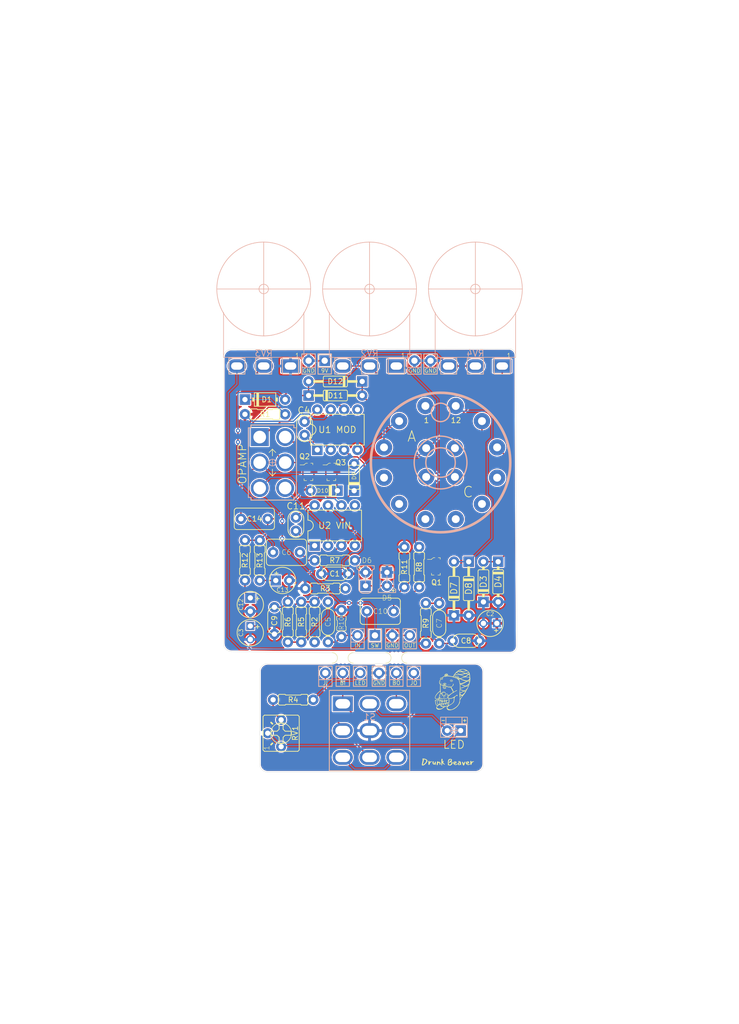
<source format=kicad_pcb>
(kicad_pcb (version 20171130) (host pcbnew "(5.1.8-0-10_14)")
  (title_block (title BAT) (date 2021-02-11) (rev 1.0) (company "Vitalii Bobrov"))
  (layers (0 F.Cu signal) (31 B.Cu signal) (34 B.Paste user) (35 F.Paste user) (36 B.SilkS user) (37 F.SilkS user) (38 B.Mask user) (39 F.Mask user) (44 Edge.Cuts user))
  (net 0 "")
  (net 1 GND)
  (net 2 VA)
  (net 3 VB)
  (net 4 "Net-(C4-Pad2)")
  (net 5 "Net-(C4-Pad1)")
  (net 6 "Net-(C5-Pad2)")
  (net 7 "Net-(C5-Pad1)")
  (net 8 "Net-(C14-Pad1)")
  (net 9 "Net-(C6-Pad1)")
  (net 10 "Net-(C7-Pad2)")
  (net 11 "Net-(C7-Pad1)")
  (net 12 "Net-(C9-Pad1)")
  (net 13 "Net-(C10-Pad2)")
  (net 14 "Net-(C10-Pad1)")
  (net 15 "Net-(C11-Pad2)")
  (net 16 "Net-(C11-Pad1)")
  (net 17 "Net-(C12-Pad1)")
  (net 18 "Net-(C13-Pad1)")
  (net 19 "Net-(C14-Pad2)")
  (net 20 "Net-(D1-Pad1)")
  (net 21 "Net-(D1-Pad2)")
  (net 22 "Net-(D2-Pad2)")
  (net 23 "Net-(D2-Pad1)")
  (net 24 "Net-(D3-Pad2)")
  (net 25 "Net-(D5-Pad2)")
  (net 26 "Net-(D7-Pad2)")
  (net 27 "Net-(D9-Pad1)")
  (net 28 "Net-(D9-Pad2)")
  (net 29 "Net-(D10-Pad1)")
  (net 30 "Net-(D11-Pad2)")
  (net 31 "Net-(H2-Pad1)")
  (net 32 "Net-(H3-Pad1)")
  (net 33 "Net-(H5-Pad1)")
  (net 34 "Net-(H8-Pad1)")
  (net 35 "Net-(H9-Pad1)")
  (net 36 "Net-(H15-Pad1)")
  (net 37 "Net-(R4-Pad2)")
  (net 38 "Net-(R8-Pad2)")
  (net 39 "Net-(S1-PadP$3)")
  (net 40 "Net-(SW1-Pad6)")
  (net 41 "Net-(SW1-Pad4)")
  (net 42 "Net-(SW1-Pad3)")
  (net 43 "Net-(SW1-Pad1)")
  (net 44 "Net-(U1-Pad5)")
  (net 45 "Net-(U2-Pad5)")
  (net 46 GND2)
  (net 47 "Net-(R7-Pad1)")
  (net 48 "Net-(SW2-Pad9)")
  (net 49 "Net-(SW2-Pad8)")
  (net 50 "Net-(SW2-Pad7)")
  (net 51 "Net-(SW2-Pad6)")
  (net 52 "Net-(SW2-Pad5)")
  (net 53 "Net-(SW2-Pad4)")
  (net 54 "Net-(SW2-Pad1)")
  (module diodes:3MM_1 (layer F.Cu) (at 86.614 120.396 90)
    (fp_text reference D6 (at 3.556 0.254 180) (layer F.SilkS) (effects (font (size 0.9652 0.9652) (thickness 0.08128))))
    (fp_text value LED hide)
    (fp_text user + (at 2.159 -1.143 90) (layer F.SilkS) (effects (font (size 0.6 0.6))))
    (pad 2 thru_hole oval (at 1.27 0 90) (size 2 2) (drill 1) (layers *.Cu *.Mask) (net 1 GND))
    (pad 1 thru_hole rect (at -1.27 0 90) (size 2 2) (drill 1) (layers *.Cu *.Mask) (net 25 "Net-(D5-Pad2)"))
  )
  (module diodes:3MM_1 (layer F.Cu) (at 90.678 120.396 270)
    (fp_text reference D5 (at 3.556 0 180) (layer F.SilkS) (effects (font (size 0.9652 0.9652) (thickness 0.08128))))
    (fp_text value LED hide)
    (fp_text user + (at 2.159 -1.143 90) (layer F.SilkS) (effects (font (size 0.6 0.6))))
    (pad 2 thru_hole oval (at 1.27 0 270) (size 2 2) (drill 1) (layers *.Cu *.Mask) (net 25 "Net-(D5-Pad2)"))
    (pad 1 thru_hole rect (at -1.27 0 270) (size 2 2) (drill 1) (layers *.Cu *.Mask) (net 1 GND))
  )
  (module SparkFun-Electromechanical:3PDT.LUGS.SPF_WIDE (layer F.Cu) (at 87.376 149.098)
    (fp_text reference S1 (at 0 -2.54) (layer B.SilkS) (effects (font (size 1.2065 1.2065) (thickness 0.1524)) (justify mirror)))
    (fp_text value SWITCH-3PDT hide)
    (pad P$1 thru_hole rect (at -5.08 -5.08 180) (size 3.816 2.816) (drill oval 2.8 1.8) (layers *.Cu *.Mask) (net 31 "Net-(H2-Pad1)"))
    (pad P$2 thru_hole oval (at -5.08 0 180) (size 3.816 2.816) (drill oval 2.8 1.8) (layers *.Cu *.Mask) (net 32 "Net-(H3-Pad1)"))
    (pad P$3 thru_hole oval (at -5.08 5.08 180) (size 3.816 2.816) (drill oval 2.8 1.8) (layers *.Cu *.Mask) (net 39 "Net-(S1-PadP$3)"))
    (pad P$4 thru_hole oval (at 0 -5.08 180) (size 3.816 2.816) (drill oval 2.8 1.8) (layers *.Cu *.Mask) (net 23 "Net-(D2-Pad1)"))
    (pad P$5 thru_hole oval (at 0 0 180) (size 3.816 2.816) (drill oval 2.8 1.8) (layers *.Cu *.Mask) (net 46 GND2))
    (pad P$6 thru_hole oval (at 0 5.08 180) (size 3.816 2.816) (drill oval 2.8 1.8) (layers *.Cu *.Mask) (net 31 "Net-(H2-Pad1)"))
    (pad P$7 thru_hole oval (at 5.08 -5.08 180) (size 3.816 2.816) (drill oval 2.8 1.8) (layers *.Cu *.Mask) (net 34 "Net-(H8-Pad1)"))
    (pad P$8 thru_hole oval (at 5.08 0 180) (size 3.816 2.816) (drill oval 2.8 1.8) (layers *.Cu *.Mask) (net 35 "Net-(H9-Pad1)"))
    (pad P$9 thru_hole oval (at 5.08 5.08 180) (size 3.816 2.816) (drill oval 2.8 1.8) (layers *.Cu *.Mask) (net 39 "Net-(S1-PadP$3)"))
  )
  (module Potentiometer_THT:16MM_B.MOUNT_LONG (layer F.Cu) (at 107.442 80.01)
    (fp_text reference RV4 (at 0 -2.413) (layer B.SilkS) (effects (font (size 1.2065 1.2065) (thickness 0.1524)) (justify mirror)))
    (fp_text value A100K hide)
    (fp_text user 1 (at 6.35 -2.032) (layer F.SilkS) (effects (font (size 0.77216 0.77216) (thickness 0.097536))))
    (pad 3 thru_hole oval (at -5.08 0 180) (size 3.54 2.54) (drill oval 2.2 1.4) (layers *.Cu *.Mask) (net 19 "Net-(C14-Pad2)"))
    (pad 2 thru_hole oval (at 0 0 180) (size 3.54 2.54) (drill oval 2.2 1.4) (layers *.Cu *.Mask) (net 19 "Net-(C14-Pad2)"))
    (pad 1 thru_hole rect (at 5.08 0 180) (size 3.54 2.54) (drill oval 2.2 1.4) (layers *.Cu *.Mask) (net 8 "Net-(C14-Pad1)"))
  )
  (module Potentiometer_THT:16MM_B.MOUNT_LONG (layer F.Cu) (at 67.31 80.01)
    (fp_text reference RV3 (at 0 -2.413) (layer B.SilkS) (effects (font (size 1.2065 1.2065) (thickness 0.1524)) (justify mirror)))
    (fp_text value A100K hide)
    (fp_text user 1 (at 6.35 -2.032) (layer F.SilkS) (effects (font (size 0.77216 0.77216) (thickness 0.097536))))
    (pad 3 thru_hole oval (at -5.08 0 180) (size 3.54 2.54) (drill oval 2.2 1.4) (layers *.Cu *.Mask) (net 14 "Net-(C10-Pad1)"))
    (pad 2 thru_hole oval (at 0 0 180) (size 3.54 2.54) (drill oval 2.2 1.4) (layers *.Cu *.Mask) (net 36 "Net-(H15-Pad1)"))
    (pad 1 thru_hole rect (at 5.08 0 180) (size 3.54 2.54) (drill oval 2.2 1.4) (layers *.Cu *.Mask) (net 1 GND))
  )
  (module Potentiometer_THT:16MM_B.MOUNT_LONG (layer F.Cu) (at 87.376 80.01)
    (fp_text reference RV2 (at 0 -2.413) (layer B.SilkS) (effects (font (size 1.2065 1.2065) (thickness 0.1524)) (justify mirror)))
    (fp_text value A100K hide)
    (fp_text user 1 (at 6.35 -2.032) (layer F.SilkS) (effects (font (size 0.77216 0.77216) (thickness 0.097536))))
    (pad 3 thru_hole oval (at -5.08 0 180) (size 3.54 2.54) (drill oval 2.2 1.4) (layers *.Cu *.Mask) (net 47 "Net-(R7-Pad1)"))
    (pad 2 thru_hole oval (at 0 0 180) (size 3.54 2.54) (drill oval 2.2 1.4) (layers *.Cu *.Mask) (net 47 "Net-(R7-Pad1)"))
    (pad 1 thru_hole rect (at 5.08 0 180) (size 3.54 2.54) (drill oval 2.2 1.4) (layers *.Cu *.Mask) (net 38 "Net-(R8-Pad2)"))
  )
  (module logo:drunk_beaver_logo (layer F.Cu) (at 103.124 141.351)
    (fp_text reference G*** hide)
    (fp_text value LOGO hide)
  )
  (module diodes:3MM_IO (layer F.Cu) (at 103.378 149.098 180)
    (fp_text reference D2 hide)
    (fp_text value LED (at 0 -2.667) (layer F.SilkS) (effects (font (size 1.524 1.524))))
    (pad 1 thru_hole oval (at 1.27 0 180) (size 2 2) (drill 1) (layers *.Cu *.Mask) (net 23 "Net-(D2-Pad1)"))
    (pad 2 thru_hole rect (at -1.27 0 180) (size 2 2) (drill 1) (layers *.Cu *.Mask) (net 22 "Net-(D2-Pad2)"))
  )
  (module logo:drunk_beaver_text (layer F.Cu) (at 102.235 155.067)
    (fp_text reference G*** hide)
    (fp_text value LOGO hide)
  )
  (module lorin:LORINCK1049 (layer B.Cu) (at 100.838 98.298)
    (fp_text reference SW2 hide)
    (fp_text value SW_Rotary2x6 hide)
    (pad D thru_hole circle (at 2.72542 -2.72542) (size 3.0988 3.0988) (drill 1.50114) (layers *.Cu *.Mask))
    (pad 14 thru_hole circle (at 2.72542 2.72542) (size 3.0988 3.0988) (drill 1.50114) (layers *.Cu *.Mask) (net 47 "Net-(R7-Pad1)"))
    (pad B thru_hole circle (at -2.72542 2.72542) (size 3.0988 3.0988) (drill 1.50114) (layers *.Cu *.Mask))
    (pad 13 thru_hole circle (at -2.72542 -2.72542) (size 3.0988 3.0988) (drill 1.50114) (layers *.Cu *.Mask) (net 8 "Net-(C14-Pad1)"))
    (pad 12 thru_hole circle (at 2.87528 -10.72388) (size 3.0988 3.0988) (drill 1.50114) (layers *.Cu *.Mask) (net 26 "Net-(D7-Pad2)"))
    (pad 11 thru_hole circle (at 7.85114 -7.85114) (size 3.0988 3.0988) (drill 1.50114) (layers *.Cu *.Mask) (net 25 "Net-(D5-Pad2)"))
    (pad 10 thru_hole circle (at 10.72388 -2.87528) (size 3.0988 3.0988) (drill 1.50114) (layers *.Cu *.Mask) (net 24 "Net-(D3-Pad2)"))
    (pad 9 thru_hole circle (at 10.72388 2.87528) (size 3.0988 3.0988) (drill 1.50114) (layers *.Cu *.Mask) (net 48 "Net-(SW2-Pad9)"))
    (pad 8 thru_hole circle (at 7.85114 7.85114) (size 3.0988 3.0988) (drill 1.50114) (layers *.Cu *.Mask) (net 49 "Net-(SW2-Pad8)"))
    (pad 7 thru_hole circle (at 2.87528 10.72388) (size 3.0988 3.0988) (drill 1.50114) (layers *.Cu *.Mask) (net 50 "Net-(SW2-Pad7)"))
    (pad 6 thru_hole circle (at -2.87528 10.72388) (size 3.0988 3.0988) (drill 1.50114) (layers *.Cu *.Mask) (net 51 "Net-(SW2-Pad6)"))
    (pad 5 thru_hole circle (at -7.85114 7.85114) (size 3.0988 3.0988) (drill 1.50114) (layers *.Cu *.Mask) (net 52 "Net-(SW2-Pad5)"))
    (pad 4 thru_hole circle (at -10.72388 2.87528) (size 3.0988 3.0988) (drill 1.50114) (layers *.Cu *.Mask) (net 53 "Net-(SW2-Pad4)"))
    (pad 3 thru_hole circle (at -10.72388 -2.87528) (size 3.0988 3.0988) (drill 1.50114) (layers *.Cu *.Mask) (net 30 "Net-(D11-Pad2)"))
    (pad 2 thru_hole circle (at -7.85114 -7.85114) (size 3.0988 3.0988) (drill 1.50114) (layers *.Cu *.Mask) (net 28 "Net-(D9-Pad2)"))
    (pad 1 thru_hole circle (at -2.87528 -10.72388) (size 3.0988 3.0988) (drill 1.50114) (layers *.Cu *.Mask) (net 54 "Net-(SW2-Pad1)"))
  )
  (module diodes:DO35-2 (layer F.Cu) (at 78.74 103.632 180)
    (fp_text reference D10 (at 0.254 0) (layer F.SilkS) (effects (font (size 0.75 0.75) (thickness 0.1))))
    (fp_text value BAT41 hide)
    (pad 1 thru_hole rect (at -2.54 0 180) (size 2 2) (drill 1) (layers *.Cu *.Mask) (net 29 "Net-(D10-Pad1)"))
    (pad 2 thru_hole oval (at 2.54 0 180) (size 2 2) (drill 1) (layers *.Cu *.Mask) (net 19 "Net-(C14-Pad2)"))
  )
  (module diodes:DO35-2 (layer F.Cu) (at 84.455 101.092 90)
    (fp_text reference D9 (at 0.254 0 90) (layer F.SilkS) (effects (font (size 0.75 0.75) (thickness 0.1))))
    (fp_text value BAT41 hide)
    (pad 1 thru_hole rect (at -2.54 0 90) (size 2 2) (drill 1) (layers *.Cu *.Mask) (net 27 "Net-(D9-Pad1)"))
    (pad 2 thru_hole oval (at 2.54 0 90) (size 2 2) (drill 1) (layers *.Cu *.Mask) (net 28 "Net-(D9-Pad2)"))
  )
  (module digikey-footprints:SOT-23-3 (layer F.Cu) (at 80.137 100.076)
    (fp_text reference Q3 (at 1.778 -1.778) (layer F.SilkS))
    (fp_text value BS170 hide)
    (pad 1 smd rect (at -1.05 -0.95) (size 1.3 0.6) (layers F.Cu F.Paste F.Mask) (net 28 "Net-(D9-Pad2)"))
    (pad 2 smd rect (at -1.05 0.95) (size 1.3 0.6) (layers F.Cu F.Paste F.Mask) (net 28 "Net-(D9-Pad2)"))
    (pad 3 smd rect (at 1.05 0) (size 1.3 0.6) (layers F.Cu F.Paste F.Mask) (net 29 "Net-(D10-Pad1)"))
  )
  (module digikey-footprints:SOT-23-3 (layer F.Cu) (at 75.785 100.076)
    (fp_text reference Q2 (at -0.728 -2.921) (layer F.SilkS))
    (fp_text value BS170 hide)
    (pad 1 smd rect (at -1.05 -0.95) (size 1.3 0.6) (layers F.Cu F.Paste F.Mask) (net 19 "Net-(C14-Pad2)"))
    (pad 2 smd rect (at -1.05 0.95) (size 1.3 0.6) (layers F.Cu F.Paste F.Mask) (net 19 "Net-(C14-Pad2)"))
    (pad 3 smd rect (at 1.05 0) (size 1.3 0.6) (layers F.Cu F.Paste F.Mask) (net 27 "Net-(D9-Pad1)"))
  )
  (module digikey-footprints:SOT-23-3 (layer F.Cu) (at 99.949 117.983)
    (fp_text reference Q1 (at 0.127 3.048) (layer F.SilkS))
    (fp_text value 2N5457 hide)
    (pad 1 smd rect (at -1.05 -0.95) (size 1.3 0.6) (layers F.Cu F.Paste F.Mask) (net 13 "Net-(C10-Pad2)"))
    (pad 2 smd rect (at -1.05 0.95) (size 1.3 0.6) (layers F.Cu F.Paste F.Mask) (net 2 VA))
    (pad 3 smd rect (at 1.05 0) (size 1.3 0.6) (layers F.Cu F.Paste F.Mask) (net 11 "Net-(C7-Pad1)"))
  )
  (module diodes:DO35-4 (layer F.Cu) (at 80.899 82.931 180)
    (fp_text reference D12 (at 0.0254 0) (layer F.SilkS))
    (fp_text value "OA1172 900mV" hide)
    (pad 1 thru_hole rect (at -5.08 0 180) (size 2 2) (drill 1) (layers *.Cu *.Mask) (net 30 "Net-(D11-Pad2)"))
    (pad 2 thru_hole oval (at 5.08 0 180) (size 2 2) (drill 1) (layers *.Cu *.Mask) (net 19 "Net-(C14-Pad2)"))
  )
  (module diodes:DO35-4 (layer F.Cu) (at 80.899 85.598)
    (fp_text reference D11 (at 0.0254 0) (layer F.SilkS))
    (fp_text value "OA1172 900mV" hide)
    (pad 1 thru_hole rect (at -5.08 0) (size 2 2) (drill 1) (layers *.Cu *.Mask) (net 19 "Net-(C14-Pad2)"))
    (pad 2 thru_hole oval (at 5.08 0) (size 2 2) (drill 1) (layers *.Cu *.Mask) (net 30 "Net-(D11-Pad2)"))
  )
  (module diodes:DO41-3 (layer F.Cu) (at 67.564 86.36)
    (fp_text reference D1 (at 0.3175 0) (layer F.SilkS))
    (fp_text value 1N5817 hide)
    (pad 1 thru_hole rect (at -3.81 0) (size 2 2) (drill 1) (layers *.Cu *.Mask) (net 20 "Net-(D1-Pad1)"))
    (pad 2 thru_hole oval (at 3.81 0) (size 2 2) (drill 1) (layers *.Cu *.Mask) (net 21 "Net-(D1-Pad2)"))
  )
  (module caps-film:0.1%22 (layer F.Cu) (at 75.057 91.821 270)
    (fp_text reference C4 (at -3.429 0.127 180) (layer F.SilkS) (effects (font (size 1.2065 1.2065) (thickness 0.1524))))
    (fp_text value 30pF hide)
    (pad 2 thru_hole oval (at 1.27 0 270) (size 2 2) (drill 1) (layers *.Cu *.Mask) (net 4 "Net-(C4-Pad2)"))
    (pad 1 thru_hole oval (at -1.27 0 270) (size 2 2) (drill 1) (layers *.Cu *.Mask) (net 5 "Net-(C4-Pad1)"))
  )
  (module switches:125B (layer F.Cu) (at 87.376 107.696)
    (fp_text reference "" (at 0 0) (layer F.SilkS) (effects (font (size 1.524 1.524))))
    (fp_text value "" (at 0 0) (layer F.SilkS) (effects (font (size 1.524 1.524))))
  )
  (module Panelization:mouse-bite-2mm-slot (layer F.Cu) (at 82.296 135.3185)
    (fp_text reference mouse-bite-2mm-slot hide)
    (fp_text value VAL** hide)
    (pad "" np_thru_hole circle (at 0.75 0.75) (size 0.5 0.5) (drill 0.5) (layers *.Cu *.Mask))
    (pad "" np_thru_hole circle (at -0.75 0.75) (size 0.5 0.5) (drill 0.5) (layers *.Cu *.Mask))
    (pad "" np_thru_hole circle (at -0.75 -0.75) (size 0.5 0.5) (drill 0.5) (layers *.Cu *.Mask))
    (pad "" np_thru_hole circle (at 0.75 -0.75) (size 0.5 0.5) (drill 0.5) (layers *.Cu *.Mask))
    (pad "" np_thru_hole circle (at 0 0.75) (size 0.5 0.5) (drill 0.5) (layers *.Cu *.Mask))
    (pad "" np_thru_hole circle (at 0 -0.75) (size 0.5 0.5) (drill 0.5) (layers *.Cu *.Mask))
  )
  (module Panelization:mouse-bite-2mm-slot (layer F.Cu) (at 92.456 135.3185)
    (fp_text reference mouse-bite-2mm-slot hide)
    (fp_text value VAL** hide)
    (pad "" np_thru_hole circle (at 0.75 0.75) (size 0.5 0.5) (drill 0.5) (layers *.Cu *.Mask))
    (pad "" np_thru_hole circle (at -0.75 0.75) (size 0.5 0.5) (drill 0.5) (layers *.Cu *.Mask))
    (pad "" np_thru_hole circle (at -0.75 -0.75) (size 0.5 0.5) (drill 0.5) (layers *.Cu *.Mask))
    (pad "" np_thru_hole circle (at 0.75 -0.75) (size 0.5 0.5) (drill 0.5) (layers *.Cu *.Mask))
    (pad "" np_thru_hole circle (at 0 0.75) (size 0.5 0.5) (drill 0.5) (layers *.Cu *.Mask))
    (pad "" np_thru_hole circle (at 0 -0.75) (size 0.5 0.5) (drill 0.5) (layers *.Cu *.Mask))
  )
  (module enclosures:LOPRO_TOP (layer F.Cu) (at 72.39 51.562)
    (fp_text reference "" (at 0 0) (layer F.SilkS) (effects (font (size 1.524 1.524))))
    (fp_text value "" (at 0 0) (layer F.SilkS) (effects (font (size 1.524 1.524))))
  )
  (module enclosures:LOPRO_TOP (layer F.Cu) (at 103.124 51.816)
    (fp_text reference "" (at 0 0) (layer F.SilkS) (effects (font (size 1.524 1.524))))
    (fp_text value "" (at 0 0) (layer F.SilkS) (effects (font (size 1.524 1.524))))
  )
  (module enclosures:DC_TOP (layer F.Cu) (at 87.376 47.498)
    (fp_text reference Ref** hide)
    (fp_text value Val** hide)
  )
  (module integrated_circuits:DIP08 (layer F.Cu) (at 80.772 110.236)
    (fp_text reference "U2 VIN" (at 0 0) (layer F.SilkS) (effects (font (size 1.2065 1.2065) (thickness 0.1524))))
    (fp_text value LM308N hide)
    (pad 8 thru_hole oval (at -3.81 -3.81 90) (size 2 2) (drill 1) (layers *.Cu *.Mask) (net 16 "Net-(C11-Pad1)"))
    (pad 7 thru_hole oval (at -1.27 -3.81 90) (size 2 2) (drill 1) (layers *.Cu *.Mask) (net 2 VA))
    (pad 6 thru_hole oval (at 1.27 -3.81 90) (size 2 2) (drill 1) (layers *.Cu *.Mask) (net 42 "Net-(SW1-Pad3)"))
    (pad 5 thru_hole oval (at 3.81 -3.81 90) (size 2 2) (drill 1) (layers *.Cu *.Mask) (net 45 "Net-(U2-Pad5)"))
    (pad 4 thru_hole oval (at 3.81 3.81 90) (size 2 2) (drill 1) (layers *.Cu *.Mask) (net 1 GND))
    (pad 3 thru_hole oval (at 1.27 3.81 90) (size 2 2) (drill 1) (layers *.Cu *.Mask) (net 12 "Net-(C9-Pad1)"))
    (pad 2 thru_hole oval (at -1.27 3.81 90) (size 2 2) (drill 1) (layers *.Cu *.Mask) (net 40 "Net-(SW1-Pad6)"))
    (pad 1 thru_hole rect (at -3.81 3.81 90) (size 2 2) (drill 1) (layers *.Cu *.Mask) (net 15 "Net-(C11-Pad2)"))
  )
  (module integrated_circuits:DIP08 (layer F.Cu) (at 81.28 92.075)
    (fp_text reference "U1 MOD" (at 0 0) (layer F.SilkS) (effects (font (size 1.2065 1.2065) (thickness 0.1524))))
    (fp_text value OP07 hide)
    (pad 8 thru_hole oval (at -3.81 -3.81 90) (size 2 2) (drill 1) (layers *.Cu *.Mask) (net 5 "Net-(C4-Pad1)"))
    (pad 7 thru_hole oval (at -1.27 -3.81 90) (size 2 2) (drill 1) (layers *.Cu *.Mask) (net 2 VA))
    (pad 6 thru_hole oval (at 1.27 -3.81 90) (size 2 2) (drill 1) (layers *.Cu *.Mask) (net 43 "Net-(SW1-Pad1)"))
    (pad 5 thru_hole oval (at 3.81 -3.81 90) (size 2 2) (drill 1) (layers *.Cu *.Mask) (net 44 "Net-(U1-Pad5)"))
    (pad 4 thru_hole oval (at 3.81 3.81 90) (size 2 2) (drill 1) (layers *.Cu *.Mask) (net 1 GND))
    (pad 3 thru_hole oval (at 1.27 3.81 90) (size 2 2) (drill 1) (layers *.Cu *.Mask) (net 12 "Net-(C9-Pad1)"))
    (pad 2 thru_hole oval (at -1.27 3.81 90) (size 2 2) (drill 1) (layers *.Cu *.Mask) (net 41 "Net-(SW1-Pad4)"))
    (pad 1 thru_hole rect (at -3.81 3.81 90) (size 2 2) (drill 1) (layers *.Cu *.Mask) (net 4 "Net-(C4-Pad2)"))
  )
  (module switches:DPDT.LUGS (layer F.Cu) (at 68.961 98.306)
    (fp_text reference SW1 hide)
    (fp_text value OPAMP (at -5.715 0.246 90) (layer F.SilkS) (effects (font (size 1.524 1.524))))
    (pad 6 thru_hole oval (at 2.417 4.826) (size 3.416 3.416) (drill 2.4) (layers *.Cu *.Mask) (net 40 "Net-(SW1-Pad6)"))
    (pad 5 thru_hole oval (at 2.417 -0.004) (size 3.416 3.416) (drill 2.4) (layers *.Cu *.Mask) (net 19 "Net-(C14-Pad2)"))
    (pad 4 thru_hole oval (at 2.417 -4.834) (size 3.416 3.416) (drill 2.4) (layers *.Cu *.Mask) (net 41 "Net-(SW1-Pad4)"))
    (pad 3 thru_hole oval (at -2.413 4.826) (size 3.416 3.416) (drill 2.4) (layers *.Cu *.Mask) (net 42 "Net-(SW1-Pad3)"))
    (pad 2 thru_hole oval (at -2.413 -0.004) (size 3.416 3.416) (drill 2.4) (layers *.Cu *.Mask) (net 8 "Net-(C14-Pad1)"))
    (pad 1 thru_hole rect (at -2.413 -4.834) (size 3.416 3.416) (drill 2.4) (layers *.Cu *.Mask) (net 43 "Net-(SW1-Pad1)"))
  )
  (module potentiometers:TRIM1 (layer F.Cu) (at 70.612 149.606 90)
    (fp_text reference RV1 (at 0 2.667 90) (layer F.SilkS))
    (fp_text value BRIGHTNESS)
    (fp_text user 1 (at -3.302 -2.159 90) (layer F.SilkS) (effects (font (size 0.9652 0.9652) (thickness 0.08128)) (justify left bottom)))
    (pad 3 thru_hole oval (at 2.54 0 90) (size 1.9304 1.9304) (drill 1) (layers *.Cu *.Mask) (net 37 "Net-(R4-Pad2)"))
    (pad 2 thru_hole oval (at 0 -2.54 90) (size 1.9304 1.9304) (drill 1) (layers *.Cu *.Mask) (net 22 "Net-(D2-Pad2)"))
    (pad 1 thru_hole oval (at -2.54 0 90) (size 1.9304 1.9304) (drill 1) (layers *.Cu *.Mask) (net 22 "Net-(D2-Pad2)"))
  )
  (module resistors:0.3_22.B (layer F.Cu) (at 66.548 116.84 270)
    (fp_text reference R13 (at 0 0 90) (layer F.SilkS))
    (fp_text value 560R hide)
    (pad 2 thru_hole oval (at 3.81 0 270) (size 2 2) (drill 1) (layers *.Cu *.Mask) (net 18 "Net-(C13-Pad1)"))
    (pad 1 thru_hole oval (at -3.81 0 270) (size 2 2) (drill 1) (layers *.Cu *.Mask) (net 19 "Net-(C14-Pad2)"))
  )
  (module resistors:0.3_22.B (layer F.Cu) (at 63.754 116.84 270)
    (fp_text reference R12 (at 0 0 90) (layer F.SilkS))
    (fp_text value 47R hide)
    (pad 2 thru_hole oval (at 3.81 0 270) (size 2 2) (drill 1) (layers *.Cu *.Mask) (net 17 "Net-(C12-Pad1)"))
    (pad 1 thru_hole oval (at -3.81 0 270) (size 2 2) (drill 1) (layers *.Cu *.Mask) (net 19 "Net-(C14-Pad2)"))
  )
  (module resistors:0.3_22.B (layer F.Cu) (at 93.98 118.11 90)
    (fp_text reference R11 (at 0 0 90) (layer F.SilkS))
    (fp_text value 10K hide)
    (pad 2 thru_hole oval (at 3.81 0 90) (size 2 2) (drill 1) (layers *.Cu *.Mask) (net 1 GND))
    (pad 1 thru_hole oval (at -3.81 0 90) (size 2 2) (drill 1) (layers *.Cu *.Mask) (net 13 "Net-(C10-Pad2)"))
  )
  (module resistors:0.2%22 (layer F.Cu) (at 82.042 128.778 90)
    (fp_text reference R10 (at 0 0 90) (layer F.SilkS) (effects (font (size 0.86868 0.86868) (thickness 0.073152))))
    (fp_text value 2M2 hide)
    (pad 2 thru_hole oval (at 2.54 0 90) (size 2 2) (drill 1) (layers *.Cu *.Mask) (net 1 GND))
    (pad 1 thru_hole oval (at -2.54 0 90) (size 2 2) (drill 1) (layers *.Cu *.Mask) (net 6 "Net-(C5-Pad2)"))
  )
  (module resistors:0.3_22.B (layer F.Cu) (at 98.044 128.778 270)
    (fp_text reference R9 (at 0 0 90) (layer F.SilkS))
    (fp_text value 1M hide)
    (pad 2 thru_hole oval (at 3.81 0 270) (size 2 2) (drill 1) (layers *.Cu *.Mask) (net 1 GND))
    (pad 1 thru_hole oval (at -3.81 0 270) (size 2 2) (drill 1) (layers *.Cu *.Mask) (net 11 "Net-(C7-Pad1)"))
  )
  (module resistors:0.3_22.B (layer F.Cu) (at 96.774 118.11 90)
    (fp_text reference R8 (at 0 0 90) (layer F.SilkS))
    (fp_text value 1K5 hide)
    (pad 2 thru_hole oval (at 3.81 0 90) (size 2 2) (drill 1) (layers *.Cu *.Mask) (net 38 "Net-(R8-Pad2)"))
    (pad 1 thru_hole oval (at -3.81 0 90) (size 2 2) (drill 1) (layers *.Cu *.Mask) (net 10 "Net-(C7-Pad2)"))
  )
  (module resistors:0.3_22.B (layer F.Cu) (at 80.772 116.84 180)
    (fp_text reference R7 (at 0 0) (layer F.SilkS))
    (fp_text value 1K hide)
    (pad 2 thru_hole oval (at 3.81 0 180) (size 2 2) (drill 1) (layers *.Cu *.Mask) (net 9 "Net-(C6-Pad1)"))
    (pad 1 thru_hole oval (at -3.81 0 180) (size 2 2) (drill 1) (layers *.Cu *.Mask) (net 47 "Net-(R7-Pad1)"))
  )
  (module resistors:0.3_22.B (layer F.Cu) (at 71.882 128.524 270)
    (fp_text reference R6 (at 0 0 90) (layer F.SilkS))
    (fp_text value 1K hide)
    (pad 2 thru_hole oval (at 3.81 0 270) (size 2 2) (drill 1) (layers *.Cu *.Mask) (net 7 "Net-(C5-Pad1)"))
    (pad 1 thru_hole oval (at -3.81 0 270) (size 2 2) (drill 1) (layers *.Cu *.Mask) (net 12 "Net-(C9-Pad1)"))
  )
  (module resistors:0.3_22.B (layer F.Cu) (at 74.422 128.524 270)
    (fp_text reference R5 (at 0 0 90) (layer F.SilkS))
    (fp_text value 1M hide)
    (pad 2 thru_hole oval (at 3.81 0 270) (size 2 2) (drill 1) (layers *.Cu *.Mask) (net 7 "Net-(C5-Pad1)"))
    (pad 1 thru_hole oval (at -3.81 0 270) (size 2 2) (drill 1) (layers *.Cu *.Mask) (net 3 VB))
  )
  (module resistors:0.3_22.B (layer F.Cu) (at 72.898 143.256 180)
    (fp_text reference R4 (at 0 0) (layer F.SilkS))
    (fp_text value 1K hide)
    (pad 2 thru_hole oval (at 3.81 0 180) (size 2 2) (drill 1) (layers *.Cu *.Mask) (net 37 "Net-(R4-Pad2)"))
    (pad 1 thru_hole oval (at -3.81 0 180) (size 2 2) (drill 1) (layers *.Cu *.Mask) (net 33 "Net-(H5-Pad1)"))
  )
  (module resistors:0.3_22.B (layer F.Cu) (at 78.994 122.174 180)
    (fp_text reference R3 (at 0 0) (layer F.SilkS))
    (fp_text value 100K hide)
    (pad 2 thru_hole oval (at 3.81 0 180) (size 2 2) (drill 1) (layers *.Cu *.Mask) (net 1 GND))
    (pad 1 thru_hole oval (at -3.81 0 180) (size 2 2) (drill 1) (layers *.Cu *.Mask) (net 3 VB))
  )
  (module resistors:0.3_22.B (layer F.Cu) (at 76.962 128.524 270)
    (fp_text reference R2 (at 0 0 90) (layer F.SilkS))
    (fp_text value 100K hide)
    (pad 2 thru_hole oval (at 3.81 0 270) (size 2 2) (drill 1) (layers *.Cu *.Mask) (net 2 VA))
    (pad 1 thru_hole oval (at -3.81 0 270) (size 2 2) (drill 1) (layers *.Cu *.Mask) (net 3 VB))
  )
  (module resistors:0.3_22.B (layer F.Cu) (at 67.564 89.154)
    (fp_text reference R1 (at 0 0) (layer F.SilkS))
    (fp_text value 47R hide)
    (pad 2 thru_hole oval (at 3.81 0) (size 2 2) (drill 1) (layers *.Cu *.Mask) (net 20 "Net-(D1-Pad1)"))
    (pad 1 thru_hole oval (at -3.81 0) (size 2 2) (drill 1) (layers *.Cu *.Mask) (net 2 VA))
  )
  (module supply_pins:PAD1 (layer F.Cu) (at 98.933 78.994)
    (fp_text reference H18 hide)
    (fp_text value GND (at 0 1.905) (layer F.SilkS) (effects (font (size 0.75 0.75) (thickness 0.1))))
    (pad 1 thru_hole oval (at 0 0) (size 2.032 2.032) (drill 1.2) (layers *.Cu *.Mask) (net 1 GND))
  )
  (module supply_pins:PAD1 (layer F.Cu) (at 91.694 131.064)
    (fp_text reference H17 hide)
    (fp_text value GND (at 0 1.905) (layer F.SilkS) (effects (font (size 0.75 0.75) (thickness 0.1))))
    (pad 1 thru_hole oval (at 0 0) (size 2.032 2.032) (drill 1.2) (layers *.Cu *.Mask) (net 1 GND))
  )
  (module supply_pins:PAD1 (layer F.Cu) (at 95.885 78.994)
    (fp_text reference H16 hide)
    (fp_text value GND (at 0 1.905) (layer F.SilkS) (effects (font (size 0.75 0.75) (thickness 0.1))))
    (pad 1 thru_hole oval (at 0 0) (size 2.032 2.032) (drill 1.2) (layers *.Cu *.Mask) (net 1 GND))
  )
  (module supply_pins:PAD1 (layer F.Cu) (at 94.996 131.064)
    (fp_text reference H15 hide)
    (fp_text value OUT (at 0 1.905) (layer F.SilkS) (effects (font (size 0.75 0.75) (thickness 0.1))))
    (pad 1 thru_hole oval (at 0 0) (size 2.032 2.032) (drill 1.2) (layers *.Cu *.Mask) (net 36 "Net-(H15-Pad1)"))
  )
  (module supply_pins:PAD1 (layer F.Cu) (at 85.09 131.064)
    (fp_text reference H10 hide)
    (fp_text value IN (at 0 1.905) (layer F.SilkS) (effects (font (size 0.75 0.75) (thickness 0.1))))
    (pad 1 thru_hole oval (at 0 0) (size 2.032 2.032) (drill 1.2) (layers *.Cu *.Mask) (net 6 "Net-(C5-Pad2)"))
  )
  (module supply_pins:PAD1 (layer F.Cu) (at 95.758 138.176)
    (fp_text reference H9 hide)
    (fp_text value JO (at 0 1.905) (layer F.SilkS) (effects (font (size 0.75 0.75) (thickness 0.1))))
    (pad 1 thru_hole oval (at 0 0) (size 2.032 2.032) (drill 1.2) (layers *.Cu *.Mask) (net 35 "Net-(H9-Pad1)"))
  )
  (module supply_pins:PAD1 (layer F.Cu) (at 92.456 138.176)
    (fp_text reference H8 hide)
    (fp_text value BO (at 0 1.905) (layer F.SilkS) (effects (font (size 0.75 0.75) (thickness 0.1))))
    (pad 1 thru_hole oval (at 0 0) (size 2.032 2.032) (drill 1.2) (layers *.Cu *.Mask) (net 34 "Net-(H8-Pad1)"))
  )
  (module supply_pins:PAD1 (layer F.Cu) (at 89.154 138.176)
    (fp_text reference H7 hide)
    (fp_text value GND (at 0 1.905) (layer F.SilkS) (effects (font (size 0.75 0.75) (thickness 0.1))))
    (pad 1 thru_hole oval (at 0 0) (size 2.032 2.032) (drill 1.2) (layers *.Cu *.Mask) (net 46 GND2))
  )
  (module supply_pins:PAD1 (layer F.Cu) (at 75.819 78.994)
    (fp_text reference H6 hide)
    (fp_text value GND (at 0 1.905) (layer F.SilkS) (effects (font (size 0.75 0.75) (thickness 0.1))))
    (pad 1 thru_hole oval (at 0 0) (size 2.032 2.032) (drill 1.2) (layers *.Cu *.Mask) (net 1 GND))
  )
  (module supply_pins:PAD1 (layer F.Cu) (at 85.598 138.176)
    (fp_text reference H5 hide)
    (fp_text value LED (at 0 1.905) (layer F.SilkS) (effects (font (size 0.75 0.75) (thickness 0.1))))
    (pad 1 thru_hole oval (at 0 0) (size 2.032 2.032) (drill 1.2) (layers *.Cu *.Mask) (net 33 "Net-(H5-Pad1)"))
  )
  (module supply_pins:PAD3 (layer F.Cu) (at 78.867 78.994)
    (fp_text reference H4 hide)
    (fp_text value 9V (at 0 1.905) (layer F.SilkS) (effects (font (size 0.75 0.75) (thickness 0.1))))
    (pad 1 thru_hole rect (at 0 0) (size 2.032 2.032) (drill 1.2) (layers *.Cu *.Mask) (net 21 "Net-(D1-Pad2)"))
  )
  (module supply_pins:PAD1 (layer F.Cu) (at 78.994 138.176)
    (fp_text reference H3 hide)
    (fp_text value JI (at 0 1.905) (layer F.SilkS) (effects (font (size 0.75 0.75) (thickness 0.1))))
    (pad 1 thru_hole oval (at 0 0) (size 2.032 2.032) (drill 1.2) (layers *.Cu *.Mask) (net 32 "Net-(H3-Pad1)"))
  )
  (module supply_pins:PAD1 (layer F.Cu) (at 82.296 138.176)
    (fp_text reference H2 hide)
    (fp_text value BI (at 0 1.905) (layer F.SilkS) (effects (font (size 0.75 0.75) (thickness 0.1))))
    (pad 1 thru_hole oval (at 0 0) (size 2.032 2.032) (drill 1.2) (layers *.Cu *.Mask) (net 31 "Net-(H2-Pad1)"))
  )
  (module supply_pins:PAD3 (layer F.Cu) (at 88.392 131.064)
    (fp_text reference H1 hide)
    (fp_text value SW (at 0 1.905) (layer F.SilkS) (effects (font (size 0.75 0.75) (thickness 0.1))))
    (pad 1 thru_hole rect (at 0 0) (size 2.032 2.032) (drill 1.2) (layers *.Cu *.Mask) (net 21 "Net-(D1-Pad2)"))
  )
  (module diodes:DO35-4 (layer F.Cu) (at 106.172 122.174 270)
    (fp_text reference D8 (at 0.0254 0 90) (layer F.SilkS) (effects (font (size 1.2065 1.2065) (thickness 0.1524))))
    (fp_text value "D9 700mV" hide)
    (pad 1 thru_hole rect (at -5.08 0 270) (size 2 2) (drill 1) (layers *.Cu *.Mask) (net 26 "Net-(D7-Pad2)"))
    (pad 2 thru_hole oval (at 5.08 0 270) (size 2 2) (drill 1) (layers *.Cu *.Mask) (net 1 GND))
  )
  (module diodes:DO35-4 (layer F.Cu) (at 103.378 122.174 90)
    (fp_text reference D7 (at 0.0254 0 90) (layer F.SilkS) (effects (font (size 1.2065 1.2065) (thickness 0.1524))))
    (fp_text value "D9 700mV" hide)
    (pad 1 thru_hole rect (at -5.08 0 90) (size 2 2) (drill 1) (layers *.Cu *.Mask) (net 1 GND))
    (pad 2 thru_hole oval (at 5.08 0 90) (size 2 2) (drill 1) (layers *.Cu *.Mask) (net 26 "Net-(D7-Pad2)"))
  )
  (module diodes:DO35-3 (layer F.Cu) (at 111.76 120.904 270)
    (fp_text reference D4 (at 0 0 90) (layer F.SilkS) (effects (font (size 1.2065 1.2065) (thickness 0.1524))))
    (fp_text value 1N914 hide)
    (pad 1 thru_hole rect (at -3.81 0 270) (size 2 2) (drill 1) (layers *.Cu *.Mask) (net 24 "Net-(D3-Pad2)"))
    (pad 2 thru_hole oval (at 3.81 0 270) (size 2 2) (drill 1) (layers *.Cu *.Mask) (net 1 GND))
  )
  (module diodes:DO35-3 (layer F.Cu) (at 108.966 120.904 90)
    (fp_text reference D3 (at 0 0 90) (layer F.SilkS) (effects (font (size 1.2065 1.2065) (thickness 0.1524))))
    (fp_text value 1N914 hide)
    (pad 1 thru_hole rect (at -3.81 0 90) (size 2 2) (drill 1) (layers *.Cu *.Mask) (net 1 GND))
    (pad 2 thru_hole oval (at 3.81 0 90) (size 2 2) (drill 1) (layers *.Cu *.Mask) (net 24 "Net-(D3-Pad2)"))
  )
  (module caps-film:0.2_22.MED (layer F.Cu) (at 65.532 108.966)
    (fp_text reference C14 (at 0 0) (layer F.SilkS))
    (fp_text value 100pF hide)
    (pad 2 thru_hole oval (at 2.54 0) (size 2 2) (drill 1) (layers *.Cu *.Mask) (net 19 "Net-(C14-Pad2)"))
    (pad 1 thru_hole oval (at -2.54 0) (size 2 2) (drill 1) (layers *.Cu *.Mask) (net 8 "Net-(C14-Pad1)"))
  )
  (module caps-elec:0502 (layer F.Cu) (at 70.866 120.65)
    (fp_text reference C13 (at 0 1.778) (layer F.SilkS) (effects (font (size 0.77216 0.77216) (thickness 0.097536))))
    (fp_text value 4.7uF hide)
    (pad 2 thru_hole oval (at 1.27 0) (size 1.9304 1.9304) (drill 1) (layers *.Cu *.Mask) (net 1 GND))
    (pad 1 thru_hole rect (at -1.27 0) (size 1.9304 1.9304) (drill 1) (layers *.Cu *.Mask) (net 18 "Net-(C13-Pad1)"))
  )
  (module caps-elec:0502 (layer F.Cu) (at 64.77 125.222 270)
    (fp_text reference C12 (at 0 1.778 90) (layer F.SilkS) (effects (font (size 0.77216 0.77216) (thickness 0.097536))))
    (fp_text value 2.2uF hide)
    (pad 2 thru_hole oval (at 1.27 0 270) (size 1.9304 1.9304) (drill 1) (layers *.Cu *.Mask) (net 1 GND))
    (pad 1 thru_hole rect (at -1.27 0 270) (size 1.9304 1.9304) (drill 1) (layers *.Cu *.Mask) (net 17 "Net-(C12-Pad1)"))
  )
  (module caps-film:0.1%22 (layer F.Cu) (at 73.406 109.982 270)
    (fp_text reference C11 (at -3.429 0 180) (layer F.SilkS) (effects (font (size 1.2065 1.2065) (thickness 0.1524))))
    (fp_text value 30pF hide)
    (pad 2 thru_hole oval (at 1.27 0 270) (size 2 2) (drill 1) (layers *.Cu *.Mask) (net 15 "Net-(C11-Pad2)"))
    (pad 1 thru_hole oval (at -1.27 0 270) (size 2 2) (drill 1) (layers *.Cu *.Mask) (net 16 "Net-(C11-Pad1)"))
  )
  (module caps-film:0.2_22.LRG (layer F.Cu) (at 89.408 126.492)
    (fp_text reference C10 (at 0 0) (layer F.SilkS) (effects (font (size 0.9652 0.9652) (thickness 0.08128))))
    (fp_text value 1uF hide)
    (pad 2 thru_hole oval (at 2.54 0) (size 2 2) (drill 1) (layers *.Cu *.Mask) (net 13 "Net-(C10-Pad2)"))
    (pad 1 thru_hole oval (at -2.54 0) (size 2 2) (drill 1) (layers *.Cu *.Mask) (net 14 "Net-(C10-Pad1)"))
  )
  (module caps-film:0.2_22.SML (layer F.Cu) (at 69.342 128.27 270)
    (fp_text reference C9 (at 0 0 90) (layer F.SilkS))
    (fp_text value 1nF hide)
    (pad 2 thru_hole oval (at 2.54 0 270) (size 2 2) (drill 1) (layers *.Cu *.Mask) (net 1 GND))
    (pad 1 thru_hole oval (at -2.54 0 270) (size 2 2) (drill 1) (layers *.Cu *.Mask) (net 12 "Net-(C9-Pad1)"))
  )
  (module caps-film:0.2_22.SML (layer F.Cu) (at 105.664 132.08)
    (fp_text reference C8 (at 0 0) (layer F.SilkS))
    (fp_text value 3.3nF hide)
    (pad 2 thru_hole oval (at 2.54 0) (size 2 2) (drill 1) (layers *.Cu *.Mask) (net 1 GND))
    (pad 1 thru_hole oval (at -2.54 0) (size 2 2) (drill 1) (layers *.Cu *.Mask) (net 10 "Net-(C7-Pad2)"))
  )
  (module caps-film:0.3%22 (layer F.Cu) (at 100.584 128.778 270)
    (fp_text reference C7 (at 0 0 90) (layer F.SilkS) (effects (font (size 0.9652 0.9652) (thickness 0.08128))))
    (fp_text value 22nF hide)
    (pad 2 thru_hole oval (at 3.81 0 270) (size 2 2) (drill 1) (layers *.Cu *.Mask) (net 10 "Net-(C7-Pad2)"))
    (pad 1 thru_hole oval (at -3.81 0 270) (size 2 2) (drill 1) (layers *.Cu *.Mask) (net 11 "Net-(C7-Pad1)"))
  )
  (module caps-film:0.2_22.LRG (layer F.Cu) (at 71.628 115.316 180)
    (fp_text reference C6 (at 0 0) (layer F.SilkS) (effects (font (size 0.9652 0.9652) (thickness 0.08128))))
    (fp_text value 1uF hide)
    (pad 2 thru_hole oval (at 2.54 0 180) (size 2 2) (drill 1) (layers *.Cu *.Mask) (net 8 "Net-(C14-Pad1)"))
    (pad 1 thru_hole oval (at -2.54 0 180) (size 2 2) (drill 1) (layers *.Cu *.Mask) (net 9 "Net-(C6-Pad1)"))
  )
  (module caps-film:0.3%22 (layer F.Cu) (at 79.502 128.524 270)
    (fp_text reference C5 (at 0 0 90) (layer F.SilkS) (effects (font (size 0.9652 0.9652) (thickness 0.08128))))
    (fp_text value 22nF hide)
    (pad 2 thru_hole oval (at 3.81 0 270) (size 2 2) (drill 1) (layers *.Cu *.Mask) (net 6 "Net-(C5-Pad2)"))
    (pad 1 thru_hole oval (at -3.81 0 270) (size 2 2) (drill 1) (layers *.Cu *.Mask) (net 7 "Net-(C5-Pad1)"))
  )
  (module caps-elec:0503 (layer F.Cu) (at 64.77 130.556 270)
    (fp_text reference C3 (at 0 1.778 90) (layer F.SilkS) (effects (font (size 0.77216 0.77216) (thickness 0.097536))))
    (fp_text value 47uF hide)
    (pad 2 thru_hole oval (at 1.27 0 270) (size 1.508 1.508) (drill 1) (layers *.Cu *.Mask) (net 1 GND))
    (pad 1 thru_hole rect (at -1.27 0 270) (size 1.508 1.508) (drill 1) (layers *.Cu *.Mask) (net 3 VB))
  )
  (module caps-elec:0503 (layer F.Cu) (at 110.236 128.778 180)
    (fp_text reference C2 (at 0 1.778) (layer F.SilkS) (effects (font (size 0.77216 0.77216) (thickness 0.097536))))
    (fp_text value 100uF hide)
    (pad 2 thru_hole oval (at 1.27 0 180) (size 1.508 1.508) (drill 1) (layers *.Cu *.Mask) (net 1 GND))
    (pad 1 thru_hole rect (at -1.27 0 180) (size 1.508 1.508) (drill 1) (layers *.Cu *.Mask) (net 2 VA))
  )
  (module caps-film:0.2_22.SML (layer F.Cu) (at 80.772 119.38 180)
    (fp_text reference C1 (at 0 0) (layer F.SilkS))
    (fp_text value 100nF hide)
    (pad 2 thru_hole oval (at 2.54 0 180) (size 2 2) (drill 1) (layers *.Cu *.Mask) (net 1 GND))
    (pad 1 thru_hole oval (at -2.54 0 180) (size 2 2) (drill 1) (layers *.Cu *.Mask) (net 2 VA))
  )
  (gr_text 12 (at 103.759 90.297) (layer F.SilkS) (effects (font (size 1 1))))
  (gr_text 1 (at 98.171 90.297) (layer F.SilkS) (effects (font (size 1 1))))
  (gr_text C (at 106.045 103.886) (layer F.SilkS) (effects (font (size 2 2))))
  (gr_text A (at 95.377 93.345) (layer F.SilkS) (effects (font (size 2 2))))
  (gr_line (start 115.189 112.522) (end 115.062 83.566) (layer Edge.Cuts) (width 0.05))
  (gr_line (start 68.072 136.398) (end 80.264 136.398) (layer Edge.Cuts) (width 0.05))
  (gr_line (start 66.548 155.448) (end 66.548 137.922) (layer Edge.Cuts) (width 0.05))
  (gr_line (start 107.442 156.972) (end 68.072 156.972) (layer Edge.Cuts) (width 0.05))
  (gr_line (start 108.966 137.922) (end 108.966 155.448) (layer Edge.Cuts) (width 0.05))
  (gr_arc (start 68.072 137.922) (end 68.072 136.398) (angle -90) (layer Edge.Cuts) (width 0.05))
  (gr_arc (start 68.072 155.448) (end 66.548 155.448) (angle -90) (layer Edge.Cuts) (width 0.05))
  (gr_arc (start 107.442 155.448) (end 107.442 156.972) (angle -90) (layer Edge.Cuts) (width 0.05))
  (gr_line (start 94.488 136.398) (end 107.442 136.398) (layer Edge.Cuts) (width 0.05))
  (gr_arc (start 107.442 137.922) (end 108.966 137.922) (angle -90) (layer Edge.Cuts) (width 0.05))
  (gr_line (start 115.062 77.978) (end 115.062 83.566) (layer Edge.Cuts) (width 0.05))
  (gr_line (start 61.214 76.835) (end 113.792 76.708) (layer Edge.Cuts) (width 0.05))
  (gr_line (start 59.69 132.588) (end 59.69 78.359) (layer Edge.Cuts) (width 0.05))
  (gr_line (start 61.214 134.112) (end 80.264 134.366) (layer Edge.Cuts) (width 0.05))
  (gr_arc (start 61.214 132.588) (end 59.69 132.588) (angle -90) (layer Edge.Cuts) (width 0.05))
  (gr_arc (start 61.214 78.359) (end 61.214 76.835) (angle -90) (layer Edge.Cuts) (width 0.05))
  (gr_arc (start 113.792 77.978) (end 115.062 77.978) (angle -90) (layer Edge.Cuts) (width 0.05))
  (gr_arc (start 114.046 133.096) (end 114.046 134.366) (angle -90) (layer Edge.Cuts) (width 0.05))
  (gr_line (start 90.424 136.398) (end 84.328 136.398) (layer Edge.Cuts) (width 0.05))
  (gr_line (start 90.424 134.366) (end 84.328 134.366) (layer Edge.Cuts) (width 0.05))
  (gr_line (start 115.316 133.096) (end 115.189 112.522) (layer Edge.Cuts) (width 0.05))
  (gr_line (start 94.488 134.366) (end 114.046 134.366) (layer Edge.Cuts) (width 0.05))
  (gr_arc (start 80.264 135.382) (end 80.264 136.398) (angle -180) (layer Edge.Cuts) (width 0.05))
  (gr_arc (start 84.328 135.382) (end 84.328 134.366) (angle -180) (layer Edge.Cuts) (width 0.05))
  (gr_arc (start 90.424 135.382) (end 90.424 136.398) (angle -180) (layer Edge.Cuts) (width 0.05))
  (gr_arc (start 94.488 135.382) (end 94.488 134.366) (angle -180) (layer Edge.Cuts) (width 0.05))
  (segment (start 87.122 119.634) (end 86.614 119.126) (width 0.25) (layer B.Cu) (net 1))
  (segment (start 78.684999 89.971001) (end 80.01 88.646) (width 0.25) (layer B.Cu) (net 2))
  (segment (start 75.961997 89.098999) (end 76.833999 89.971001) (width 0.25) (layer B.Cu) (net 2))
  (segment (start 72.913997 90.479001) (end 74.293999 89.098999) (width 0.25) (layer B.Cu) (net 2))
  (segment (start 65.079001 90.479001) (end 72.913997 90.479001) (width 0.25) (layer B.Cu) (net 2))
  (segment (start 76.833999 89.971001) (end 78.684999 89.971001) (width 0.25) (layer B.Cu) (net 2))
  (segment (start 74.293999 89.098999) (end 75.961997 89.098999) (width 0.25) (layer B.Cu) (net 2))
  (segment (start 63.754 89.154) (end 65.079001 90.479001) (width 0.25) (layer B.Cu) (net 2))
  (segment (start 85.907001 114.682001) (end 85.907001 112.831001) (width 0.25) (layer B.Cu) (net 2))
  (segment (start 83.945999 115.371001) (end 85.218001 115.371001) (width 0.25) (layer B.Cu) (net 2))
  (segment (start 82.312001 117.004999) (end 83.945999 115.371001) (width 0.25) (layer B.Cu) (net 2))
  (segment (start 85.907001 112.831001) (end 83.82 110.744) (width 0.25) (layer B.Cu) (net 2))
  (segment (start 82.312001 118.380001) (end 82.312001 117.004999) (width 0.25) (layer B.Cu) (net 2))
  (segment (start 85.218001 115.371001) (end 85.907001 114.682001) (width 0.25) (layer B.Cu) (net 2))
  (segment (start 83.312 119.38) (end 82.312001 118.380001) (width 0.25) (layer B.Cu) (net 2))
  (segment (start 82.2325 109.1565) (end 79.502 106.426) (width 0.25) (layer B.Cu) (net 2))
  (via (at 82.2325 109.1565) (size 0.8) (drill 0.4) (layers F.Cu B.Cu) (net 2))
  (via (at 83.82 110.744) (size 0.8) (drill 0.4) (layers F.Cu B.Cu) (net 2))
  (segment (start 83.82 110.744) (end 82.2325 109.1565) (width 0.25) (layer F.Cu) (net 2))
  (segment (start 74.422 124.714) (end 76.962 124.714) (width 0.25) (layer F.Cu) (net 3))
  (segment (start 74.422 124.714) (end 73.843002 124.714) (width 0.25) (layer F.Cu) (net 3))
  (segment (start 79.502 122.174) (end 76.962 124.714) (width 0.25) (layer F.Cu) (net 3))
  (segment (start 82.804 122.174) (end 79.502 122.174) (width 0.25) (layer F.Cu) (net 3))
  (segment (start 69.271002 129.286) (end 64.77 129.286) (width 0.25) (layer F.Cu) (net 3))
  (segment (start 73.843002 124.714) (end 69.271002 129.286) (width 0.25) (layer F.Cu) (net 3))
  (segment (start 77.724 96.266) (end 77.978 96.266) (width 0.25) (layer F.Cu) (net 4))
  (segment (start 76.708 95.504) (end 77.47 96.266) (width 0.25) (layer F.Cu) (net 4))
  (segment (start 77.47 95.504) (end 77.47 95.885) (width 0.25) (layer B.Cu) (net 4))
  (segment (start 75.057 93.091) (end 77.47 95.504) (width 0.25) (layer B.Cu) (net 4))
  (segment (start 75.438 91.186) (end 75.184 91.186) (width 0.25) (layer F.Cu) (net 5))
  (segment (start 75.184 90.551) (end 75.057 90.551) (width 0.25) (layer F.Cu) (net 5))
  (segment (start 77.47 88.265) (end 75.184 90.551) (width 0.25) (layer F.Cu) (net 5))
  (segment (start 82.296 131.064) (end 82.042 131.318) (width 0.25) (layer F.Cu) (net 6))
  (segment (start 85.09 131.064) (end 82.296 131.064) (width 0.25) (layer F.Cu) (net 6))
  (segment (start 81.026 132.334) (end 82.042 131.318) (width 0.25) (layer F.Cu) (net 6))
  (segment (start 79.502 132.334) (end 81.026 132.334) (width 0.25) (layer F.Cu) (net 6))
  (segment (start 71.882 132.334) (end 74.422 132.334) (width 0.25) (layer F.Cu) (net 7))
  (segment (start 79.502 127.254) (end 74.422 132.334) (width 0.25) (layer B.Cu) (net 7))
  (segment (start 79.502 124.714) (end 79.502 127.254) (width 0.25) (layer B.Cu) (net 7))
  (segment (start 69.088 113.608998) (end 69.088 115.316) (width 0.25) (layer B.Cu) (net 8))
  (segment (start 62.992 108.966) (end 64.445002 108.966) (width 0.25) (layer B.Cu) (net 8))
  (segment (start 64.514999 109.035997) (end 64.734501 109.255499) (width 0.25) (layer B.Cu) (net 8))
  (segment (start 64.445002 108.966) (end 64.734501 109.255499) (width 0.25) (layer B.Cu) (net 8))
  (segment (start 64.734501 109.255499) (end 69.088 113.608998) (width 0.25) (layer B.Cu) (net 8))
  (segment (start 62.992 101.858) (end 62.992 108.966) (width 0.25) (layer F.Cu) (net 8))
  (segment (start 66.548 98.302) (end 62.992 101.858) (width 0.25) (layer F.Cu) (net 8))
  (segment (start 98.488934 95.57258) (end 98.11258 95.57258) (width 0.25) (layer F.Cu) (net 8))
  (segment (start 112.522 81.539514) (end 98.488934 95.57258) (width 0.25) (layer F.Cu) (net 8))
  (segment (start 112.522 80.01) (end 112.522 81.539514) (width 0.25) (layer F.Cu) (net 8))
  (segment (start 87.670881 97.297121) (end 84.633001 100.335001) (width 0.25) (layer B.Cu) (net 8))
  (segment (start 96.388039 97.297121) (end 87.670881 97.297121) (width 0.25) (layer B.Cu) (net 8))
  (segment (start 68.581001 100.335001) (end 66.548 98.302) (width 0.25) (layer B.Cu) (net 8))
  (segment (start 84.633001 100.335001) (end 68.581001 100.335001) (width 0.25) (layer B.Cu) (net 8))
  (segment (start 98.11258 95.57258) (end 96.388039 97.297121) (width 0.25) (layer B.Cu) (net 8))
  (segment (start 75.692 116.84) (end 76.962 116.84) (width 0.25) (layer F.Cu) (net 9))
  (segment (start 74.168 115.316) (end 75.692 116.84) (width 0.25) (layer F.Cu) (net 9))
  (segment (start 102.616 132.588) (end 103.124 132.08) (width 0.25) (layer F.Cu) (net 10))
  (segment (start 100.584 132.588) (end 102.616 132.588) (width 0.25) (layer F.Cu) (net 10))
  (segment (start 95.774001 122.919999) (end 96.774 121.92) (width 0.25) (layer F.Cu) (net 10))
  (segment (start 95.774001 127.778001) (end 95.774001 122.919999) (width 0.25) (layer F.Cu) (net 10))
  (segment (start 100.584 132.588) (end 95.774001 127.778001) (width 0.25) (layer F.Cu) (net 10))
  (segment (start 98.044 124.968) (end 100.584 124.968) (width 0.25) (layer F.Cu) (net 11))
  (segment (start 100.999 124.553) (end 100.584 124.968) (width 0.25) (layer F.Cu) (net 11))
  (segment (start 100.999 117.983) (end 100.999 124.553) (width 0.25) (layer F.Cu) (net 11))
  (segment (start 70.866 125.73) (end 71.882 124.714) (width 0.25) (layer F.Cu) (net 12))
  (segment (start 69.342 125.73) (end 70.866 125.73) (width 0.25) (layer F.Cu) (net 12))
  (segment (start 77.668999 118.165001) (end 81.788 114.046) (width 0.25) (layer F.Cu) (net 12))
  (segment (start 77.016786 118.165001) (end 77.668999 118.165001) (width 0.25) (layer F.Cu) (net 12))
  (segment (start 81.788 114.046) (end 82.042 114.046) (width 0.25) (layer F.Cu) (net 12))
  (segment (start 71.882 123.299787) (end 77.016786 118.165001) (width 0.25) (layer F.Cu) (net 12))
  (segment (start 71.882 124.714) (end 71.882 123.299787) (width 0.25) (layer F.Cu) (net 12))
  (segment (start 86.36 109.728) (end 82.042 114.046) (width 0.25) (layer F.Cu) (net 12))
  (segment (start 86.36 98.495998) (end 86.36 104.14) (width 0.25) (layer F.Cu) (net 12))
  (segment (start 85.091001 97.226999) (end 86.36 98.495998) (width 0.25) (layer F.Cu) (net 12))
  (segment (start 82.55 95.885) (end 83.891999 97.226999) (width 0.25) (layer F.Cu) (net 12))
  (segment (start 83.891999 97.226999) (end 85.091001 97.226999) (width 0.25) (layer F.Cu) (net 12))
  (segment (start 86.36 104.14) (end 86.36 109.728) (width 0.25) (layer F.Cu) (net 12))
  (segment (start 86.36 103.677002) (end 86.36 104.14) (width 0.25) (layer F.Cu) (net 12))
  (segment (start 94.234 121.92) (end 93.98 121.666) (width 0.25) (layer F.Cu) (net 13))
  (segment (start 91.948 123.952) (end 93.98 121.92) (width 0.25) (layer F.Cu) (net 13))
  (segment (start 91.948 126.492) (end 91.948 123.952) (width 0.25) (layer F.Cu) (net 13))
  (segment (start 98.867 117.033) (end 93.98 121.92) (width 0.25) (layer F.Cu) (net 13))
  (segment (start 98.899 117.033) (end 98.867 117.033) (width 0.25) (layer F.Cu) (net 13))
  (segment (start 86.868 131.270682) (end 86.868 126.492) (width 0.25) (layer B.Cu) (net 14))
  (segment (start 84.479681 133.659001) (end 86.868 131.270682) (width 0.25) (layer B.Cu) (net 14))
  (segment (start 62.23 80.01) (end 62.23 83.439) (width 0.25) (layer B.Cu) (net 14))
  (segment (start 62.23 83.439) (end 60.579 85.09) (width 0.25) (layer B.Cu) (net 14))
  (segment (start 62.920001 133.659001) (end 63.698999 133.659001) (width 0.25) (layer B.Cu) (net 14))
  (segment (start 60.579 131.318) (end 62.920001 133.659001) (width 0.25) (layer B.Cu) (net 14))
  (segment (start 60.579 85.09) (end 60.579 131.318) (width 0.25) (layer B.Cu) (net 14))
  (segment (start 63.698999 133.659001) (end 84.479681 133.659001) (width 0.25) (layer B.Cu) (net 14))
  (segment (start 76.2 114.046) (end 76.962 114.046) (width 0.25) (layer F.Cu) (net 15))
  (segment (start 73.406 111.252) (end 76.2 114.046) (width 0.25) (layer F.Cu) (net 15))
  (segment (start 75.692 106.426) (end 76.962 106.426) (width 0.25) (layer F.Cu) (net 16))
  (segment (start 73.406 108.712) (end 75.692 106.426) (width 0.25) (layer F.Cu) (net 16))
  (segment (start 63.754 122.936) (end 64.77 123.952) (width 0.25) (layer F.Cu) (net 17))
  (segment (start 63.754 120.65) (end 63.754 122.936) (width 0.25) (layer F.Cu) (net 17))
  (segment (start 66.548 120.65) (end 69.596 120.65) (width 0.25) (layer F.Cu) (net 18))
  (segment (start 63.754 113.03) (end 66.548 113.03) (width 0.25) (layer F.Cu) (net 19))
  (segment (start 68.072 111.506) (end 66.548 113.03) (width 0.25) (layer F.Cu) (net 19))
  (segment (start 68.072 108.966) (end 68.072 111.506) (width 0.25) (layer F.Cu) (net 19))
  (segment (start 75.438 103.124) (end 69.596 108.966) (width 0.25) (layer F.Cu) (net 19))
  (segment (start 69.596 108.966) (end 68.072 108.966) (width 0.25) (layer F.Cu) (net 19))
  (segment (start 74.735 99.126) (end 74.735 101.026) (width 0.25) (layer F.Cu) (net 19))
  (segment (start 74.735 102.167) (end 74.735 101.026) (width 0.25) (layer F.Cu) (net 19))
  (segment (start 76.2 103.632) (end 74.735 102.167) (width 0.25) (layer F.Cu) (net 19))
  (segment (start 73.911 98.302) (end 74.735 99.126) (width 0.25) (layer F.Cu) (net 19))
  (segment (start 71.378 98.302) (end 73.911 98.302) (width 0.25) (layer F.Cu) (net 19))
  (segment (start 75.819 82.931) (end 75.819 85.598) (width 0.25) (layer F.Cu) (net 19))
  (segment (start 102.362 80.01) (end 107.442 80.01) (width 0.25) (layer F.Cu) (net 19))
  (segment (start 100.004999 77.652999) (end 102.362 80.01) (width 0.25) (layer B.Cu) (net 19))
  (segment (start 69.344999 96.268999) (end 71.378 98.302) (width 0.25) (layer F.Cu) (net 19))
  (segment (start 65.343997 96.268999) (end 69.344999 96.268999) (width 0.25) (layer F.Cu) (net 19))
  (segment (start 64.514999 91.503999) (end 64.514999 95.440001) (width 0.25) (layer F.Cu) (net 19))
  (segment (start 68.189999 87.828999) (end 64.514999 91.503999) (width 0.25) (layer F.Cu) (net 19))
  (segment (start 72.338001 87.828999) (end 68.189999 87.828999) (width 0.25) (layer F.Cu) (net 19))
  (segment (start 64.514999 95.440001) (end 65.343997 96.268999) (width 0.25) (layer F.Cu) (net 19))
  (segment (start 74.569 85.598) (end 72.338001 87.828999) (width 0.25) (layer F.Cu) (net 19))
  (segment (start 75.819 85.598) (end 74.569 85.598) (width 0.25) (layer F.Cu) (net 19))
  (segment (start 86.977317 77.652999) (end 87.558999 77.652999) (width 0.25) (layer B.Cu) (net 19))
  (segment (start 85.28099 79.349326) (end 86.977317 77.652999) (width 0.25) (layer B.Cu) (net 19))
  (segment (start 85.28099 79.780694) (end 85.28099 79.349326) (width 0.25) (layer B.Cu) (net 19))
  (segment (start 82.130684 82.931) (end 85.28099 79.780694) (width 0.25) (layer B.Cu) (net 19))
  (segment (start 75.819 82.931) (end 82.130684 82.931) (width 0.25) (layer B.Cu) (net 19))
  (segment (start 87.558999 77.652999) (end 100.004999 77.652999) (width 0.25) (layer B.Cu) (net 19))
  (segment (start 68.58 86.36) (end 71.374 89.154) (width 0.25) (layer B.Cu) (net 20))
  (segment (start 63.754 86.36) (end 68.58 86.36) (width 0.25) (layer B.Cu) (net 20))
  (segment (start 71.374 85.414998) (end 71.374 86.36) (width 0.25) (layer F.Cu) (net 21))
  (segment (start 77.794998 78.994) (end 71.374 85.414998) (width 0.25) (layer F.Cu) (net 21))
  (segment (start 78.867 78.994) (end 77.794998 78.994) (width 0.25) (layer F.Cu) (net 21))
  (segment (start 88.392 126.054998) (end 88.392 131.064) (width 0.25) (layer B.Cu) (net 21))
  (segment (start 87.250001 124.912999) (end 88.392 126.054998) (width 0.25) (layer B.Cu) (net 21))
  (segment (start 81.803997 124.912999) (end 83.494001 124.912999) (width 0.25) (layer B.Cu) (net 21))
  (segment (start 70.821201 113.930203) (end 81.803997 124.912999) (width 0.25) (layer B.Cu) (net 21))
  (segment (start 67.523841 105.165001) (end 70.821201 108.462361) (width 0.25) (layer B.Cu) (net 21))
  (segment (start 65.572159 105.165001) (end 67.523841 105.165001) (width 0.25) (layer B.Cu) (net 21))
  (segment (start 70.821201 108.462361) (end 70.821201 109.391799) (width 0.25) (layer B.Cu) (net 21))
  (segment (start 62.428999 102.021841) (end 65.572159 105.165001) (width 0.25) (layer B.Cu) (net 21))
  (segment (start 62.428999 85.099999) (end 62.428999 92.257001) (width 0.25) (layer B.Cu) (net 21))
  (segment (start 62.493999 85.034999) (end 62.428999 85.099999) (width 0.25) (layer B.Cu) (net 21))
  (segment (start 70.048999 85.034999) (end 62.493999 85.034999) (width 0.25) (layer B.Cu) (net 21))
  (segment (start 71.374 86.36) (end 70.048999 85.034999) (width 0.25) (layer B.Cu) (net 21))
  (segment (start 85.653001 124.912999) (end 87.250001 124.912999) (width 0.25) (layer B.Cu) (net 21))
  (via (at 85.653001 124.912999) (size 0.8) (drill 0.4) (layers F.Cu B.Cu) (net 21))
  (via (at 83.494001 124.912999) (size 0.8) (drill 0.4) (layers F.Cu B.Cu) (net 21))
  (segment (start 85.653001 124.912999) (end 83.494001 124.912999) (width 0.25) (layer F.Cu) (net 21))
  (via (at 70.821201 109.391799) (size 0.8) (drill 0.4) (layers F.Cu B.Cu) (net 21))
  (segment (start 70.821201 112.693799) (end 70.821201 113.930203) (width 0.25) (layer B.Cu) (net 21))
  (via (at 70.821201 112.693799) (size 0.8) (drill 0.4) (layers F.Cu B.Cu) (net 21))
  (segment (start 70.821201 109.391799) (end 70.821201 112.693799) (width 0.25) (layer F.Cu) (net 21))
  (via (at 62.428999 92.257001) (size 0.8) (drill 0.4) (layers F.Cu B.Cu) (net 21))
  (segment (start 62.428999 94.416001) (end 62.428999 102.021841) (width 0.25) (layer B.Cu) (net 21))
  (via (at 62.428999 94.416001) (size 0.8) (drill 0.4) (layers F.Cu B.Cu) (net 21))
  (segment (start 62.428999 92.257001) (end 62.428999 94.416001) (width 0.25) (layer F.Cu) (net 21))
  (segment (start 68.072 149.606) (end 70.612 152.146) (width 0.25) (layer B.Cu) (net 22))
  (segment (start 101.801001 151.944999) (end 104.648 149.098) (width 0.25) (layer B.Cu) (net 22))
  (segment (start 70.813001 151.944999) (end 101.801001 151.944999) (width 0.25) (layer B.Cu) (net 22))
  (segment (start 70.612 152.146) (end 70.813001 151.944999) (width 0.25) (layer B.Cu) (net 22))
  (segment (start 99.261001 146.251001) (end 102.108 149.098) (width 0.25) (layer B.Cu) (net 23))
  (segment (start 89.609001 146.251001) (end 99.261001 146.251001) (width 0.25) (layer B.Cu) (net 23))
  (segment (start 87.376 144.018) (end 89.609001 146.251001) (width 0.25) (layer B.Cu) (net 23))
  (segment (start 108.966 117.094) (end 111.76 117.094) (width 0.25) (layer F.Cu) (net 24))
  (segment (start 111.56188 116.89588) (end 111.76 117.094) (width 0.25) (layer F.Cu) (net 24))
  (segment (start 113.436281 115.417719) (end 111.76 117.094) (width 0.25) (layer F.Cu) (net 24))
  (segment (start 113.436281 97.297121) (end 113.436281 115.417719) (width 0.25) (layer F.Cu) (net 24))
  (segment (start 111.56188 95.42272) (end 113.436281 97.297121) (width 0.25) (layer F.Cu) (net 24))
  (segment (start 90.678 121.666) (end 86.614 121.666) (width 0.25) (layer F.Cu) (net 25))
  (segment (start 101.838879 105.522075) (end 108.68914 98.671814) (width 0.25) (layer F.Cu) (net 25))
  (segment (start 101.838879 111.919334) (end 101.838879 105.522075) (width 0.25) (layer F.Cu) (net 25))
  (segment (start 108.68914 98.671814) (end 108.68914 90.44686) (width 0.25) (layer F.Cu) (net 25))
  (segment (start 92.092213 121.666) (end 101.838879 111.919334) (width 0.25) (layer F.Cu) (net 25))
  (segment (start 90.678 121.666) (end 92.092213 121.666) (width 0.25) (layer F.Cu) (net 25))
  (segment (start 103.378 117.094) (end 106.172 117.094) (width 0.25) (layer B.Cu) (net 26))
  (segment (start 109.687479 104.373365) (end 110.563541 105.249427) (width 0.25) (layer B.Cu) (net 26))
  (segment (start 109.687479 94.523007) (end 109.687479 104.373365) (width 0.25) (layer B.Cu) (net 26))
  (segment (start 110.563541 112.702459) (end 106.172 117.094) (width 0.25) (layer B.Cu) (net 26))
  (segment (start 110.563541 105.249427) (end 110.563541 112.702459) (width 0.25) (layer B.Cu) (net 26))
  (segment (start 110.563541 93.646945) (end 109.687479 94.523007) (width 0.25) (layer B.Cu) (net 26))
  (segment (start 110.563541 89.547147) (end 110.563541 93.646945) (width 0.25) (layer B.Cu) (net 26))
  (segment (start 109.588853 88.572459) (end 110.563541 89.547147) (width 0.25) (layer B.Cu) (net 26))
  (segment (start 104.711619 88.572459) (end 109.588853 88.572459) (width 0.25) (layer B.Cu) (net 26))
  (segment (start 103.71328 87.57412) (end 104.711619 88.572459) (width 0.25) (layer B.Cu) (net 26))
  (segment (start 84.074 103.632) (end 84.074 103.886) (width 0.25) (layer B.Cu) (net 27))
  (segment (start 83.129999 104.957001) (end 84.455 103.632) (width 0.25) (layer F.Cu) (net 27))
  (segment (start 79.485002 104.957001) (end 83.129999 104.957001) (width 0.25) (layer F.Cu) (net 27))
  (segment (start 76.835 102.306999) (end 79.485002 104.957001) (width 0.25) (layer F.Cu) (net 27))
  (segment (start 76.835 100.076) (end 76.835 102.306999) (width 0.25) (layer F.Cu) (net 27))
  (segment (start 84.074 98.806) (end 84.511002 98.806) (width 0.25) (layer B.Cu) (net 28))
  (segment (start 79.087 99.126) (end 79.087 101.026) (width 0.25) (layer F.Cu) (net 28))
  (segment (start 83.754 99.126) (end 84.074 98.806) (width 0.25) (layer F.Cu) (net 28))
  (segment (start 86.741 96.012) (end 86.741 96.266) (width 0.25) (layer B.Cu) (net 28))
  (segment (start 86.741 96.266) (end 84.455 98.552) (width 0.25) (layer B.Cu) (net 28))
  (segment (start 88.239719 94.523007) (end 88.229993 94.523007) (width 0.25) (layer B.Cu) (net 28))
  (segment (start 92.98686 90.44686) (end 92.315866 90.44686) (width 0.25) (layer B.Cu) (net 28))
  (segment (start 88.229993 94.523007) (end 86.741 96.012) (width 0.25) (layer B.Cu) (net 28))
  (segment (start 92.315866 90.44686) (end 88.239719 94.523007) (width 0.25) (layer B.Cu) (net 28))
  (segment (start 83.881 99.126) (end 84.455 98.552) (width 0.25) (layer F.Cu) (net 28))
  (segment (start 79.087 99.126) (end 83.881 99.126) (width 0.25) (layer F.Cu) (net 28))
  (segment (start 81.187 103.539) (end 81.28 103.632) (width 0.25) (layer F.Cu) (net 29))
  (segment (start 81.187 100.076) (end 81.187 103.539) (width 0.25) (layer F.Cu) (net 29))
  (segment (start 85.979 82.931) (end 85.979 85.598) (width 0.25) (layer F.Cu) (net 30))
  (segment (start 90.11412 89.73312) (end 90.11412 95.42272) (width 0.25) (layer F.Cu) (net 30))
  (segment (start 85.979 85.598) (end 90.11412 89.73312) (width 0.25) (layer F.Cu) (net 30))
  (segment (start 82.296 137.922) (end 82.296 144.018) (width 0.25) (layer F.Cu) (net 31))
  (segment (start 84.529001 151.331001) (end 87.376 154.178) (width 0.25) (layer F.Cu) (net 31))
  (segment (start 84.529001 146.251001) (end 84.529001 151.331001) (width 0.25) (layer F.Cu) (net 31))
  (segment (start 82.296 144.018) (end 84.529001 146.251001) (width 0.25) (layer F.Cu) (net 31))
  (segment (start 82.296 148.419002) (end 82.296 149.098) (width 0.25) (layer F.Cu) (net 32))
  (segment (start 78.994 145.117002) (end 82.296 148.419002) (width 0.25) (layer F.Cu) (net 32))
  (segment (start 78.994 137.922) (end 78.994 145.117002) (width 0.25) (layer F.Cu) (net 32))
  (segment (start 80.446999 139.517001) (end 76.708 143.256) (width 0.25) (layer B.Cu) (net 33))
  (segment (start 84.256999 139.517001) (end 80.446999 139.517001) (width 0.25) (layer B.Cu) (net 33))
  (segment (start 85.598 138.176) (end 84.256999 139.517001) (width 0.25) (layer B.Cu) (net 33))
  (segment (start 92.456 137.922) (end 92.456 144.018) (width 0.25) (layer F.Cu) (net 34))
  (segment (start 95.758 145.796) (end 92.456 149.098) (width 0.25) (layer F.Cu) (net 35))
  (segment (start 95.758 138.176) (end 95.758 145.796) (width 0.25) (layer F.Cu) (net 35))
  (segment (start 69.365194 133.858) (end 64.960158 133.794158) (width 0.25) (layer F.Cu) (net 36))
  (segment (start 64.960158 133.794158) (end 61.666999 130.500999) (width 0.25) (layer F.Cu) (net 36))
  (segment (start 90.884682 133.858) (end 69.365194 133.858) (width 0.25) (layer F.Cu) (net 36))
  (segment (start 93.678682 131.064) (end 90.884682 133.858) (width 0.25) (layer F.Cu) (net 36))
  (segment (start 94.996 131.064) (end 93.678682 131.064) (width 0.25) (layer F.Cu) (net 36))
  (segment (start 67.31 80.01) (end 61.666999 85.653001) (width 0.25) (layer F.Cu) (net 36))
  (segment (start 61.666999 85.653001) (end 61.666999 86.161001) (width 0.25) (layer F.Cu) (net 36))
  (segment (start 61.666999 130.500999) (end 61.666999 86.161001) (width 0.25) (layer F.Cu) (net 36))
  (segment (start 69.088 145.542) (end 70.612 147.066) (width 0.25) (layer F.Cu) (net 37))
  (segment (start 69.088 143.256) (end 69.088 145.542) (width 0.25) (layer F.Cu) (net 37))
  (segment (start 96.088319 113.614319) (end 96.774 114.3) (width 0.25) (layer B.Cu) (net 38))
  (segment (start 96.088319 108.122167) (end 96.088319 113.614319) (width 0.25) (layer B.Cu) (net 38))
  (segment (start 100.33 86.364) (end 100.33 103.880486) (width 0.25) (layer B.Cu) (net 38))
  (segment (start 100.33 103.880486) (end 96.088319 108.122167) (width 0.25) (layer B.Cu) (net 38))
  (segment (start 93.976 80.01) (end 100.33 86.364) (width 0.25) (layer B.Cu) (net 38))
  (segment (start 92.456 80.01) (end 93.976 80.01) (width 0.25) (layer B.Cu) (net 38))
  (segment (start 90.222999 156.411001) (end 92.456 154.178) (width 0.25) (layer B.Cu) (net 39))
  (segment (start 84.529001 156.411001) (end 90.222999 156.411001) (width 0.25) (layer B.Cu) (net 39))
  (segment (start 82.296 154.178) (end 84.529001 156.411001) (width 0.25) (layer B.Cu) (net 39))
  (segment (start 79.502 111.256) (end 79.502 114.046) (width 0.25) (layer B.Cu) (net 40))
  (segment (start 71.378 103.132) (end 79.502 111.256) (width 0.25) (layer B.Cu) (net 40))
  (segment (start 78.541001 94.416001) (end 80.01 95.885) (width 0.25) (layer F.Cu) (net 41))
  (segment (start 72.322001 94.416001) (end 78.541001 94.416001) (width 0.25) (layer F.Cu) (net 41))
  (segment (start 71.378 93.472) (end 72.322001 94.416001) (width 0.25) (layer F.Cu) (net 41))
  (segment (start 80.716999 105.100999) (end 82.042 106.426) (width 0.25) (layer B.Cu) (net 42))
  (segment (start 74.437997 105.100999) (end 80.716999 105.100999) (width 0.25) (layer B.Cu) (net 42))
  (segment (start 73.411001 104.074003) (end 74.437997 105.100999) (width 0.25) (layer B.Cu) (net 42))
  (segment (start 73.411001 102.156159) (end 73.411001 104.074003) (width 0.25) (layer B.Cu) (net 42))
  (segment (start 68.581001 101.098999) (end 72.353841 101.098999) (width 0.25) (layer B.Cu) (net 42))
  (segment (start 72.353841 101.098999) (end 73.411001 102.156159) (width 0.25) (layer B.Cu) (net 42))
  (segment (start 66.548 103.132) (end 68.581001 101.098999) (width 0.25) (layer B.Cu) (net 42))
  (segment (start 67.056 93.472) (end 66.548 93.472) (width 0.25) (layer F.Cu) (net 43))
  (segment (start 68.961 91.821) (end 68.707 91.821) (width 0.25) (layer F.Cu) (net 43))
  (segment (start 69.723 91.059) (end 68.961 91.821) (width 0.25) (layer F.Cu) (net 43))
  (segment (start 68.707 91.821) (end 67.056 93.472) (width 0.25) (layer F.Cu) (net 43))
  (segment (start 70.485 90.551) (end 69.977 91.059) (width 0.25) (layer F.Cu) (net 43))
  (segment (start 81.224999 86.939999) (end 75.549003 86.939999) (width 0.25) (layer F.Cu) (net 43))
  (segment (start 71.938002 90.551) (end 70.485 90.551) (width 0.25) (layer F.Cu) (net 43))
  (segment (start 75.549003 86.939999) (end 71.938002 90.551) (width 0.25) (layer F.Cu) (net 43))
  (segment (start 69.977 91.059) (end 69.723 91.059) (width 0.25) (layer F.Cu) (net 43))
  (segment (start 82.55 88.265) (end 81.224999 86.939999) (width 0.25) (layer F.Cu) (net 43))
  (segment (start 84.67801 116.74399) (end 84.582 116.84) (width 0.25) (layer F.Cu) (net 47))
  (segment (start 82.296 80.01) (end 87.376 80.01) (width 0.25) (layer F.Cu) (net 47))
  (segment (start 85.070114 116.84) (end 84.582 116.84) (width 0.25) (layer F.Cu) (net 47))
  (segment (start 100.886694 101.02342) (end 85.070114 116.84) (width 0.25) (layer F.Cu) (net 47))
  (segment (start 100.789306 101.02342) (end 101.27742 101.02342) (width 0.25) (layer F.Cu) (net 47))
  (segment (start 91.112459 91.346573) (end 100.789306 101.02342) (width 0.25) (layer F.Cu) (net 47))
  (segment (start 91.112459 83.746459) (end 91.112459 91.346573) (width 0.25) (layer F.Cu) (net 47))
  (segment (start 87.376 80.01) (end 91.112459 83.746459) (width 0.25) (layer F.Cu) (net 47))
  (segment (start 101.27742 101.02342) (end 100.886694 101.02342) (width 0.25) (layer F.Cu) (net 47))
  (segment (start 103.56342 101.02342) (end 101.27742 101.02342) (width 0.25) (layer F.Cu) (net 47))
  (zone (net 1) (net_name GND) (layer B.Cu) (connect_pads (clearance 0.2)) (min_thickness 0.254) (fill yes (arc_segments 32) (thermal_gap 0.508) (thermal_bridge_width 0.508))
    (polygon (pts (xy 115.316 85.09) (xy 115.443 111.633) (xy 115.697 134.366) (xy 59.563 133.985) (xy 59.69 76.5175) (xy 115.316 76.6445)))
  )
  (zone (net 2) (net_name VA) (layer F.Cu) (connect_pads (clearance 0.2)) (min_thickness 0.254) (fill yes (arc_segments 32) (thermal_gap 0.508) (thermal_bridge_width 0.508))
    (polygon (pts (xy 115.189 84.963) (xy 115.189 111.887) (xy 115.951 134.366) (xy 59.563 134.239) (xy 59.4995 76.581) (xy 115.062 76.581)))
  )
  (zone (net 46) (net_name GND2) (layer F.Cu) (connect_pads (clearance 0.2)) (min_thickness 0.254) (fill yes (arc_segments 32) (thermal_gap 0.508) (thermal_bridge_width 0.508))
    (polygon (pts (xy 108.966 156.972) (xy 66.548 156.972) (xy 66.548 136.398) (xy 108.966 136.398)))
  )
  (zone (net 46) (net_name GND2) (layer B.Cu) (connect_pads (clearance 0.2)) (min_thickness 0.254) (fill yes (arc_segments 32) (thermal_gap 0.508) (thermal_bridge_width 0.508))
    (polygon (pts (xy 108.966 156.972) (xy 66.548 156.972) (xy 66.548 136.398) (xy 108.966 136.398)))
  )
)
</source>
